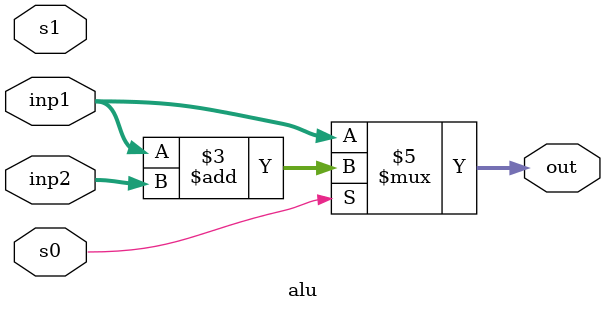
<source format=sv>
`timescale 1ns / 1ps


module alu(
    input logic s1,
    input logic s0,
    input logic [7:0] inp1,
    input logic [7:0] inp2,
    output logic [7:0] out);
    always_comb
        if( s0 == 0) out = inp1;
        else         out = inp1 + inp2;
endmodule

</source>
